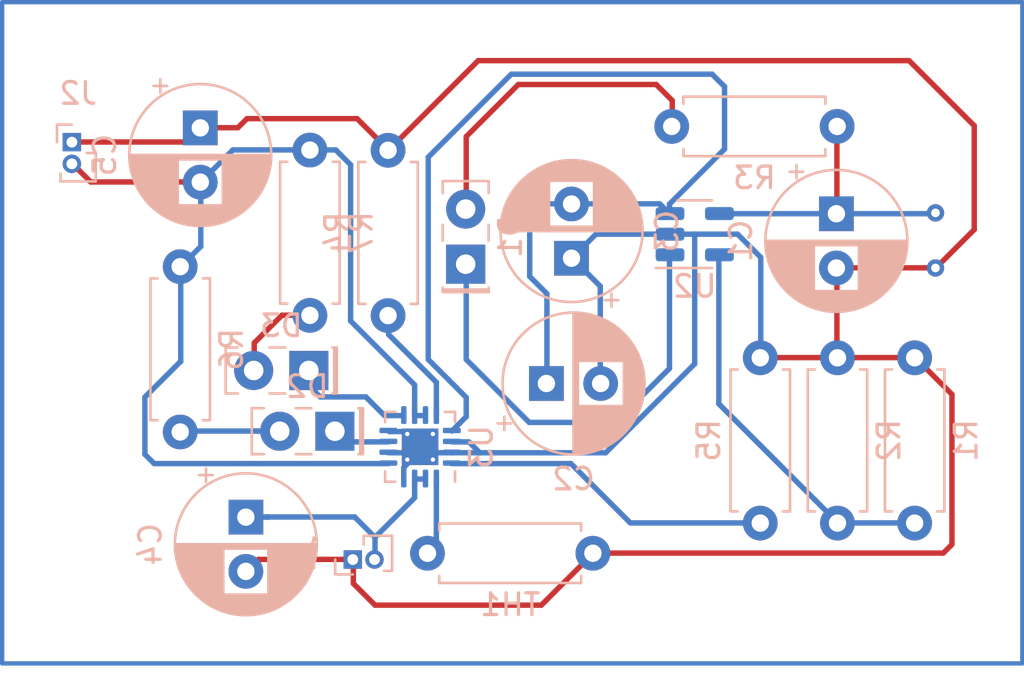
<source format=kicad_pcb>
(kicad_pcb (version 20211014) (generator pcbnew)
  (layers (0 "F.Cu" signal) (31 "B.Cu" signal) (34 "B.Paste" user) (35 "F.Paste" user) (36 "B.SilkS" user "B.Silkscreen") (37 "F.SilkS" user "F.Silkscreen") (38 "B.Mask" user) (39 "F.Mask" user) (44 "Edge.Cuts" user))
  (net 0 "")
  (net 1 "Net-(C1-Pad1)")
  (net 2 "GND")
  (net 3 "Net-(C2-Pad1)")
  (net 4 "Net-(U3-Pad2)")
  (net 5 "Net-(U3-Pad5)")
  (net 6 "Net-(U2-Pad1)")
  (net 7 "Net-(R3-Pad1)")
  (net 8 "Net-(U3-Pad7)")
  (net 9 "Net-(D2-Pad2)")
  (net 10 "Net-(U3-Pad9)")
  (net 11 "Net-(D3-Pad2)")
  (net 12 "Net-(R1-Pad1)")
  (net 13 "Net-(R4-Pad2)")
  (net 14 "Net-(R5-Pad2)")
  (net 15 "Net-(U3-Pad1)")
  (footprint "Resistor_THT:R_Axial_DIN0207_L6.3mm_D2.5mm_P7.62mm_Horizontal" (layer "B.Cu") (at 174.619548 56.397379 -90)
    (fp_text reference "R5" (at 3.81 2.37 90) (layer "B.SilkS") (effects (justify mirror)))
    (fp_text value "4.32K")
    (pad "1" thru_hole circle (at 0 0 270) (size 1.6 1.6) (drill 0.8) (layers *.Cu *.Mask) (net 2 "GND"))
    (pad "2" thru_hole oval (at 7.62 0 270) (size 1.6 1.6) (drill 0.8) (layers *.Cu *.Mask) (net 14 "Net-(R5-Pad2)"))
  )
  (footprint "Resistor_THT:R_Axial_DIN0207_L6.3mm_D2.5mm_P7.62mm_Horizontal" (layer "B.Cu") (at 178.175548 64.017379 90)
    (fp_text reference "R2" (at 3.81 2.37 90) (layer "B.SilkS") (effects (justify mirror)))
    (fp_text value "2K")
    (pad "1" thru_hole circle (at 0 0 90) (size 1.6 1.6) (drill 0.8) (layers *.Cu *.Mask) (net 12 "Net-(R1-Pad1)"))
    (pad "2" thru_hole oval (at 7.62 0 90) (size 1.6 1.6) (drill 0.8) (layers *.Cu *.Mask) (net 2 "GND"))
  )
  (footprint "Connector_PinSocket_1.00mm:PinSocket_1x02_P1.00mm_Vertical" (layer "B.Cu") (at 142.910548 46.457379 180)
    (fp_text reference "J2" (at -0.29 2.25) (layer "B.SilkS") (effects (justify mirror)))
    (fp_text value "sortie")
    (pad "1" thru_hole rect (at 0 0 180) (size 0.85 0.85) (drill 0.5) (layers *.Cu *.Mask) (net 2 "GND"))
    (pad "2" thru_hole oval (at 0 -1 180) (size 0.85 0.85) (drill 0.5) (layers *.Cu *.Mask) (net 5 "Net-(U3-Pad5)"))
  )
  (footprint "Package_TO_SOT_SMD:SOT-23-5" (layer "B.Cu") (at 171.6 50.7)
    (fp_text reference "U2" (at 0 2.4) (layer "B.SilkS") (effects (justify mirror)))
    (fp_text value "MCP73831-2-OT")
    (pad "1" smd roundrect (at -1.1375 0.95) (size 1.325 0.6) (layers "B.Cu" "B.Paste" "B.Mask") (net 6 "Net-(U2-Pad1)"))
    (pad "2" smd roundrect (at -1.1375 0) (size 1.325 0.6) (layers "B.Cu" "B.Paste" "B.Mask") (net 2 "GND"))
    (pad "3" smd roundrect (at -1.1375 -0.95) (size 1.325 0.6) (layers "B.Cu" "B.Paste" "B.Mask") (net 3 "Net-(C2-Pad1)"))
    (pad "4" smd roundrect (at 1.1375 -0.95) (size 1.325 0.6) (layers "B.Cu" "B.Paste" "B.Mask") (net 1 "Net-(C1-Pad1)"))
    (pad "5" smd roundrect (at 1.1375 0.95) (size 1.325 0.6) (layers "B.Cu" "B.Paste" "B.Mask") (net 12 "Net-(R1-Pad1)"))
  )
  (footprint "LED_THT:LED_Rectangular_W5.0mm_H2.0mm" (layer "B.Cu") (at 153.825548 56.982379 180)
    (fp_text reference "D3" (at 1.27 2.06) (layer "B.SilkS") (effects (justify mirror)))
    (fp_text value "LED")
    (pad "1" thru_hole rect (at 0 0 180) (size 1.8 1.8) (drill 0.9) (layers *.Cu *.Mask) (net 10 "Net-(U3-Pad9)"))
    (pad "2" thru_hole circle (at 2.54 0 180) (size 1.8 1.8) (drill 0.9) (layers *.Cu *.Mask) (net 11 "Net-(D3-Pad2)"))
  )
  (footprint "Resistor_THT:R_Axial_DIN0207_L6.3mm_D2.5mm_P7.62mm_Horizontal" (layer "B.Cu") (at 147.900548 59.817379 90)
    (fp_text reference "R6" (at 3.81 2.37 90) (layer "B.SilkS") (effects (justify mirror)))
    (fp_text value "1K")
    (pad "1" thru_hole circle (at 0 0 90) (size 1.6 1.6) (drill 0.8) (layers *.Cu *.Mask) (net 9 "Net-(D2-Pad2)"))
    (pad "2" thru_hole oval (at 7.62 0 90) (size 1.6 1.6) (drill 0.8) (layers *.Cu *.Mask) (net 5 "Net-(U3-Pad5)"))
  )
  (footprint "Resistor_THT:R_Axial_DIN0207_L6.3mm_D2.5mm_P7.62mm_Horizontal" (layer "B.Cu") (at 181.731548 64.017379 90)
    (fp_text reference "R1" (at 3.81 2.37 90) (layer "B.SilkS") (effects (justify mirror)))
    (fp_text value "2K")
    (pad "1" thru_hole circle (at 0 0 90) (size 1.6 1.6) (drill 0.8) (layers *.Cu *.Mask) (net 12 "Net-(R1-Pad1)"))
    (pad "2" thru_hole oval (at 7.62 0 90) (size 1.6 1.6) (drill 0.8) (layers *.Cu *.Mask) (net 2 "GND"))
  )
  (footprint "Capacitor_THT:CP_Radial_D6.3mm_P2.50mm" (layer "B.Cu") (at 148.825548 45.8 -90)
    (fp_text reference "C5" (at 1.25 4.4 90) (layer "B.SilkS") (effects (justify mirror)))
    (fp_text value "4.7uF")
    (pad "1" thru_hole rect (at 0 0 270) (size 1.6 1.6) (drill 0.8) (layers *.Cu *.Mask) (net 2 "GND"))
    (pad "2" thru_hole circle (at 2.5 0 270) (size 1.6 1.6) (drill 0.8) (layers *.Cu *.Mask) (net 5 "Net-(U3-Pad5)"))
  )
  (footprint "LED_THT:LED_Rectangular_W5.0mm_H2.0mm" (layer "B.Cu") (at 155.025548 59.782379 180)
    (fp_text reference "D2" (at 1.27 2.06) (layer "B.SilkS") (effects (justify mirror)))
    (fp_text value "LED")
    (pad "1" thru_hole rect (at 0 0 180) (size 1.8 1.8) (drill 0.9) (layers *.Cu *.Mask) (net 8 "Net-(U3-Pad7)"))
    (pad "2" thru_hole circle (at 2.54 0 180) (size 1.8 1.8) (drill 0.9) (layers *.Cu *.Mask) (net 9 "Net-(D2-Pad2)"))
  )
  (footprint "Connector_PinSocket_1.00mm:PinSocket_1x02_P1.00mm_Vertical" (layer "B.Cu") (at 155.850548 65.697379 -90)
    (fp_text reference "J1" (at -0.29 2.25 90) (layer "B.SilkS") (effects (justify mirror)))
    (fp_text value "Conn_01x02_Male")
    (pad "1" thru_hole rect (at 0 0 270) (size 0.85 0.85) (drill 0.5) (layers *.Cu *.Mask) (net 2 "GND"))
    (pad "2" thru_hole oval (at 0 -1 270) (size 0.85 0.85) (drill 0.5) (layers *.Cu *.Mask) (net 4 "Net-(U3-Pad2)"))
  )
  (footprint "LED_THT:LED_Rectangular_W5.0mm_H2.0mm" (layer "B.Cu") (at 161.050548 52.082379 90)
    (fp_text reference "D1" (at 1.27 2.06 90) (layer "B.SilkS") (effects (justify mirror)))
    (fp_text value "LED")
    (pad "1" thru_hole rect (at 0 0 90) (size 1.8 1.8) (drill 0.9) (layers *.Cu *.Mask) (net 6 "Net-(U2-Pad1)"))
    (pad "2" thru_hole circle (at 2.54 0 90) (size 1.8 1.8) (drill 0.9) (layers *.Cu *.Mask) (net 7 "Net-(R3-Pad1)"))
  )
  (footprint "Capacitor_THT:CP_Radial_D6.3mm_P2.50mm" (layer "B.Cu") (at 165.925548 51.807379 90)
    (fp_text reference "C3" (at 1.25 4.4 90) (layer "B.SilkS") (effects (justify mirror)))
    (fp_text value "1uF")
    (pad "1" thru_hole rect (at 0 0 90) (size 1.6 1.6) (drill 0.8) (layers *.Cu *.Mask) (net 2 "GND"))
    (pad "2" thru_hole circle (at 2.5 0 90) (size 1.6 1.6) (drill 0.8) (layers *.Cu *.Mask) (net 3 "Net-(C2-Pad1)"))
  )
  (footprint "Resistor_THT:R_Axial_DIN0207_L6.3mm_D2.5mm_P7.62mm_Horizontal" (layer "B.Cu") (at 170.540548 45.732379)
    (fp_text reference "R3" (at 3.81 2.37) (layer "B.SilkS") (effects (justify mirror)))
    (fp_text value "330")
    (pad "1" thru_hole circle (at 0 0) (size 1.6 1.6) (drill 0.8) (layers *.Cu *.Mask) (net 7 "Net-(R3-Pad1)"))
    (pad "2" thru_hole oval (at 7.62 0) (size 1.6 1.6) (drill 0.8) (layers *.Cu *.Mask) (net 1 "Net-(C1-Pad1)"))
  )
  (footprint "Capacitor_THT:CP_Radial_D6.3mm_P2.50mm" (layer "B.Cu") (at 164.768169 57.582379)
    (fp_text reference "C2" (at 1.25 4.4) (layer "B.SilkS") (effects (justify mirror)))
    (fp_text value "4.7uF")
    (pad "1" thru_hole rect (at 0 0) (size 1.6 1.6) (drill 0.8) (layers *.Cu *.Mask) (net 3 "Net-(C2-Pad1)"))
    (pad "2" thru_hole circle (at 2.5 0) (size 1.6 1.6) (drill 0.8) (layers *.Cu *.Mask) (net 2 "GND"))
  )
  (footprint "Resistor_THT:R_Axial_DIN0207_L6.3mm_D2.5mm_P7.62mm_Horizontal" (layer "B.Cu") (at 159.290548 65.407379)
    (fp_text reference "TH1" (at 3.81 2.37) (layer "B.SilkS") (effects (justify mirror)))
    (fp_text value "Thermistor")
    (pad "1" thru_hole circle (at 0 0) (size 1.6 1.6) (drill 0.8) (layers *.Cu *.Mask) (net 15 "Net-(U3-Pad1)"))
    (pad "2" thru_hole oval (at 7.62 0) (size 1.6 1.6) (drill 0.8) (layers *.Cu *.Mask) (net 2 "GND"))
  )
  (footprint "Resistor_THT:R_Axial_DIN0207_L6.3mm_D2.5mm_P7.62mm_Horizontal" (layer "B.Cu") (at 153.875548 54.442379 90)
    (fp_text reference "R7" (at 3.81 2.37 90) (layer "B.SilkS") (effects (justify mirror)))
    (fp_text value "1K")
    (pad "1" thru_hole circle (at 0 0 90) (size 1.6 1.6) (drill 0.8) (layers *.Cu *.Mask) (net 11 "Net-(D3-Pad2)"))
    (pad "2" thru_hole oval (at 7.62 0 90) (size 1.6 1.6) (drill 0.8) (layers *.Cu *.Mask) (net 5 "Net-(U3-Pad5)"))
  )
  (footprint "Capacitor_THT:CP_Radial_D6.3mm_P2.50mm" (layer "B.Cu") (at 150.925548 63.742621 -90)
    (fp_text reference "C4" (at 1.25 4.4 90) (layer "B.SilkS") (effects (justify mirror)))
    (fp_text value "4.7uF")
    (pad "1" thru_hole rect (at 0 0 270) (size 1.6 1.6) (drill 0.8) (layers *.Cu *.Mask) (net 4 "Net-(U3-Pad2)"))
    (pad "2" thru_hole circle (at 2.5 0 270) (size 1.6 1.6) (drill 0.8) (layers *.Cu *.Mask) (net 2 "GND"))
  )
  (footprint "Capacitor_THT:CP_Radial_D6.3mm_P2.50mm" (layer "B.Cu") (at 178.125548 49.757379 -90)
    (fp_text reference "C1" (at 1.25 4.4 90) (layer "B.SilkS") (effects (justify mirror)))
    (fp_text value "4.7uF")
    (pad "1" thru_hole rect (at 0 0 270) (size 1.6 1.6) (drill 0.8) (layers *.Cu *.Mask) (net 1 "Net-(C1-Pad1)"))
    (pad "2" thru_hole circle (at 2.5 0 270) (size 1.6 1.6) (drill 0.8) (layers *.Cu *.Mask) (net 2 "GND"))
  )
  (footprint "Package_DFN_QFN:VQFN-16-1EP_3x3mm_P0.5mm_EP1.68x1.68mm_ThermalVias" (layer "B.Cu") (at 158.95 60.5 90)
    (fp_text reference "U3" (at 0 2.82 90) (layer "B.SilkS") (effects (justify mirror)))
    (fp_text value "BQ24230RGT")
    (pad "1" smd roundrect (at -1.4625 0.75 90) (size 0.825 0.25) (layers "B.Cu" "B.Paste" "B.Mask") (net 15 "Net-(U3-Pad1)"))
    (pad "2" smd roundrect (at -1.4625 0.25 90) (size 0.825 0.25) (layers "B.Cu" "B.Paste" "B.Mask") (net 4 "Net-(U3-Pad2)"))
    (pad "3" smd roundrect (at -1.4625 -0.25 90) (size 0.825 0.25) (layers "B.Cu" "B.Paste" "B.Mask") (net 4 "Net-(U3-Pad2)"))
    (pad "4" smd roundrect (at -1.4625 -0.75 90) (size 0.825 0.25) (layers "B.Cu" "B.Paste" "B.Mask") (net 2 "GND"))
    (pad "5" smd roundrect (at -0.75 -1.4625 90) (size 0.25 0.825) (layers "B.Cu" "B.Paste" "B.Mask") (net 5 "Net-(U3-Pad5)"))
    (pad "6" smd roundrect (at -0.25 -1.4625 90) (size 0.25 0.825) (layers "B.Cu" "B.Paste" "B.Mask") (net 2 "GND"))
    (pad "7" smd roundrect (at 0.25 -1.4625 90) (size 0.25 0.825) (layers "B.Cu" "B.Paste" "B.Mask") (net 8 "Net-(U3-Pad7)"))
    (pad "8" smd roundrect (at 0.75 -1.4625 90) (size 0.25 0.825) (layers "B.Cu" "B.Paste" "B.Mask") (net 2 "GND"))
    (pad "9" smd roundrect (at 1.4625 -0.75 90) (size 0.825 0.25) (layers "B.Cu" "B.Paste" "B.Mask") (net 10 "Net-(U3-Pad9)"))
    (pad "10" smd roundrect (at 1.4625 -0.25 90) (size 0.825 0.25) (layers "B.Cu" "B.Paste" "B.Mask") (net 5 "Net-(U3-Pad5)"))
    (pad "11" smd roundrect (at 1.4625 0.25 90) (size 0.825 0.25) (layers "B.Cu" "B.Paste" "B.Mask") (net 5 "Net-(U3-Pad5)"))
    (pad "12" smd roundrect (at 1.4625 0.75 90) (size 0.825 0.25) (layers "B.Cu" "B.Paste" "B.Mask") (net 13 "Net-(R4-Pad2)"))
    (pad "13" smd roundrect (at 0.75 1.4625 90) (size 0.25 0.825) (layers "B.Cu" "B.Paste" "B.Mask") (net 3 "Net-(C2-Pad1)"))
    (pad "14" smd roundrect (at 0.25 1.4625 90) (size 0.25 0.825) (layers "B.Cu" "B.Paste" "B.Mask") (net 2 "GND"))
    (pad "15" smd roundrect (at -0.25 1.4625 90) (size 0.25 0.825) (layers "B.Cu" "B.Paste" "B.Mask") (net 2 "GND"))
    (pad "16" smd roundrect (at -0.75 1.4625 90) (size 0.25 0.825) (layers "B.Cu" "B.Paste" "B.Mask") (net 14 "Net-(R5-Pad2)"))
    (pad "17" thru_hole circle (at -0.59 0.59 90) (size 0.5 0.5) (drill 0.2) (layers *.Cu) (net 2 "GND"))
    (pad "17" thru_hole circle (at 0.59 0.59 90) (size 0.5 0.5) (drill 0.2) (layers *.Cu) (net 2 "GND"))
    (pad "17" thru_hole circle (at 0.59 -0.59 90) (size 0.5 0.5) (drill 0.2) (layers *.Cu) (net 2 "GND"))
    (pad "17" smd rect (at 0 0 90) (size 1.68 1.68) (layers "F.Cu") (net 2 "GND"))
    (pad "17" thru_hole circle (at -0.59 -0.59 90) (size 0.5 0.5) (drill 0.2) (layers *.Cu) (net 2 "GND"))
    (pad "17" smd rect (at 0 0 90) (size 1.68 1.68) (layers "B.Cu" "B.Mask") (net 2 "GND"))
  )
  (footprint "Resistor_THT:R_Axial_DIN0207_L6.3mm_D2.5mm_P7.62mm_Horizontal" (layer "B.Cu") (at 157.475548 46.832379 -90)
    (fp_text reference "R4" (at 3.81 2.37 90) (layer "B.SilkS") (effects (justify mirror)))
    (fp_text value "2.94K")
    (pad "1" thru_hole circle (at 0 0 270) (size 1.6 1.6) (drill 0.8) (layers *.Cu *.Mask) (net 2 "GND"))
    (pad "2" thru_hole oval (at 7.62 0 270) (size 1.6 1.6) (drill 0.8) (layers *.Cu *.Mask) (net 13 "Net-(R4-Pad2)"))
  )
  (gr_line (start 186.69 40.005) (end 186.69 70.485) (layer "B.Cu") (width 0.2))
  (gr_line (start 139.7 40.005) (end 186.69 40.005) (layer "B.Cu") (width 0.2))
  (gr_line (start 139.7 70.485) (end 139.7 40.005) (layer "B.Cu") (width 0.2))
  (gr_line (start 186.69 70.485) (end 139.7 70.485) (layer "B.Cu") (width 0.2))
  (segment (start 182.715 49.71) (end 182.675 49.75) (width 0.25) (layer "F.Cu") (net 1))
  (segment (start 178.15 49.75) (end 178.15 45.76) (width 0.25) (layer "F.Cu") (net 1))
  (segment (start 178.15 45.76) (end 178.185 45.725) (width 0.25) (layer "F.Cu") (net 1))
  (segment (start 178.15 45.76) (end 178.185 45.725) (width 0.25) (layer "F.Cu") (net 1))
  (via (at 182.690548 49.717379) (size 0.8) (drill 0.4) (layers "F.Cu" "B.Cu") (net 1))
  (segment (start 182.650548 49.757379) (end 178.125548 49.757379) (width 0.25) (layer "B.Cu") (net 1))
  (segment (start 172.7375 49.75) (end 172.7125 49.75) (width 0.25) (layer "B.Cu") (net 1))
  (segment (start 173.169879 49.757379) (end 173.1625 49.75) (width 0.25) (layer "B.Cu") (net 1))
  (segment (start 178.125548 49.757379) (end 173.169879 49.757379) (width 0.25) (layer "B.Cu") (net 1))
  (segment (start 182.690548 49.717379) (end 182.650548 49.757379) (width 0.25) (layer "B.Cu") (net 1))
  (segment (start 182.715 49.71) (end 182.675 49.75) (width 0.25) (layer "B.Cu") (net 1))
  (segment (start 172.7125 49.75) (end 172.7125 49.6375) (width 0.25) (layer "B.Cu") (net 1))
  (segment (start 156.875 67.8) (end 164.535 67.8) (width 0.25) (layer "F.Cu") (net 2))
  (segment (start 156.05 45.375) (end 150.975 45.375) (width 0.25) (layer "F.Cu") (net 2))
  (segment (start 155.875 65.69) (end 155.875 66.8) (width 0.25) (layer "F.Cu") (net 2))
  (segment (start 161.625 42.7) (end 157.5 46.825) (width 0.25) (layer "F.Cu") (net 2))
  (segment (start 178.15 56.34) (end 178.2 56.39) (width 0.25) (layer "F.Cu") (net 2))
  (segment (start 181.756 56.39) (end 178.2 56.39) (width 0.25) (layer "F.Cu") (net 2))
  (segment (start 183.45 58.084) (end 181.756 56.39) (width 0.25) (layer "F.Cu") (net 2))
  (segment (start 142.935 46.45) (end 148.192621 46.45) (width 0.25) (layer "F.Cu") (net 2))
  (segment (start 155.875 65.69) (end 151.495242 65.69) (width 0.25) (layer "F.Cu") (net 2))
  (segment (start 150.557379 45.792621) (end 148.85 45.792621) (width 0.25) (layer "F.Cu") (net 2))
  (segment (start 164.535 67.8) (end 166.935 65.4) (width 0.25) (layer "F.Cu") (net 2))
  (segment (start 178.15 56.34) (end 178.2 56.39) (width 0.25) (layer "F.Cu") (net 2))
  (segment (start 183.45 65) (end 183.45 58.084) (width 0.25) (layer "F.Cu") (net 2))
  (segment (start 166.935 65.4) (end 183.05 65.4) (width 0.25) (layer "F.Cu") (net 2))
  (segment (start 178.2 56.39) (end 174.644 56.39) (width 0.25) (layer "F.Cu") (net 2))
  (segment (start 155.875 66.8) (end 156.875 67.8) (width 0.25) (layer "F.Cu") (net 2))
  (segment (start 181.475 42.7) (end 161.625 42.7) (width 0.25) (layer "F.Cu") (net 2))
  (segment (start 178.15 52.25) (end 178.15 56.34) (width 0.25) (layer "F.Cu") (net 2))
  (segment (start 148.192621 46.45) (end 148.85 45.792621) (width 0.25) (layer "F.Cu") (net 2))
  (segment (start 184.475 45.7) (end 181.475 42.7) (width 0.25) (layer "F.Cu") (net 2))
  (segment (start 184.475 50.49) (end 184.475 45.7) (width 0.25) (layer "F.Cu") (net 2))
  (segment (start 183.05 65.4) (end 183.45 65) (width 0.25) (layer "F.Cu") (net 2))
  (segment (start 182.715 52.25) (end 184.475 50.49) (width 0.25) (layer "F.Cu") (net 2))
  (segment (start 151.495242 65.69) (end 150.95 66.235242) (width 0.25) (layer "F.Cu") (net 2))
  (segment (start 178.15 52.25) (end 182.715 52.25) (width 0.25) (layer "F.Cu") (net 2))
  (segment (start 157.5 46.825) (end 156.05 45.375) (width 0.25) (layer "F.Cu") (net 2))
  (segment (start 150.975 45.375) (end 150.557379 45.792621) (width 0.25) (layer "F.Cu") (net 2))
  (via (at 182.690548 52.257379) (size 0.8) (drill 0.4) (layers "F.Cu" "B.Cu") (net 2))
  (segment (start 161.2 60.275) (end 160.4125 60.275) (width 0.25) (layer "B.Cu") (net 2))
  (segment (start 159.54 59.935) (end 158.36 59.935) (width 0.25) (layer "B.Cu") (net 2))
  (segment (start 158.95 60.525) (end 158.7 60.775) (width 0.25) (layer "B.Cu") (net 2))
  (segment (start 158.2 61.45) (end 158.36 61.29) (width 0.25) (layer "B.Cu") (net 2))
  (segment (start 174.644 51.769) (end 173.575 50.7) (width 0.25) (layer "B.Cu") (net 2))
  (segment (start 161.7 60.775) (end 167.5 60.775) (width 0.25) (layer "B.Cu") (net 2))
  (segment (start 158.2 61.9625) (end 158.2 61.45) (width 0.25) (layer "B.Cu") (net 2))
  (segment (start 174.644 56.39) (end 174.644 51.769) (width 0.25) (layer "B.Cu") (net 2))
  (segment (start 158.25 59.8) (end 157.5375 59.8) (width 0.25) (layer "B.Cu") (net 2))
  (segment (start 158.36 61.29) (end 158.36 61.09) (width 0.25) (layer "B.Cu") (net 2))
  (segment (start 158.36 59.935) (end 158.36 61.115) (width 0.25) (layer "B.Cu") (net 2))
  (segment (start 173.575 50.7) (end 171.6 50.7) (width 0.25) (layer "B.Cu") (net 2))
  (segment (start 170.4375 50.7) (end 167.05 50.7) (width 0.25) (layer "B.Cu") (net 2))
  (segment (start 158.7 60.775) (end 157.4875 60.775) (width 0.25) (layer "B.Cu") (net 2))
  (segment (start 167.5 60.775) (end 171.6 56.675) (width 0.25) (layer "B.Cu") (net 2))
  (segment (start 165.95 51.8) (end 167.25 53.1) (width 0.25) (layer "B.Cu") (net 2))
  (segment (start 171.6 50.7) (end 170.4375 50.7) (width 0.25) (layer "B.Cu") (net 2))
  (segment (start 158.36 61.115) (end 159.54 61.115) (width 0.25) (layer "B.Cu") (net 2))
  (segment (start 167.25 53.1) (end 167.25 57.532379) (width 0.25) (layer "B.Cu") (net 2))
  (segment (start 161.7 60.775) (end 161.2 60.275) (width 0.25) (layer "B.Cu") (net 2))
  (segment (start 159.2 60.775) (end 158.95 60.525) (width 0.25) (layer "B.Cu") (net 2))
  (segment (start 171.6 56.675) (end 171.6 50.7) (width 0.25) (layer "B.Cu") (net 2))
  (segment (start 167.25 57.532379) (end 167.292621 57.575) (width 0.25) (layer "B.Cu") (net 2))
  (segment (start 159.54 61.115) (end 159.54 59.935) (width 0.25) (layer "B.Cu") (net 2))
  (segment (start 158.2 61.9625) (end 158.2 61.9875) (width 0.25) (layer "B.Cu") (net 2))
  (segment (start 160.4125 60.775) (end 159.2 60.775) (width 0.25) (layer "B.Cu") (net 2))
  (segment (start 167.05 50.7) (end 165.95 51.8) (width 0.25) (layer "B.Cu") (net 2))
  (segment (start 158.36 59.91) (end 158.25 59.8) (width 0.25) (layer "B.Cu") (net 2))
  (segment (start 158.95 60.525) (end 158.25 59.825) (width 0.25) (layer "B.Cu") (net 2))
  (segment (start 174.644 56.39) (end 174.644 56.294) (width 0.25) (layer "B.Cu") (net 2))
  (segment (start 157.5375 59.8) (end 157.4875 59.75) (width 0.25) (layer "B.Cu") (net 2))
  (segment (start 160.4125 60.775) (end 161.7 60.775) (width 0.25) (layer "B.Cu") (net 2))
  (segment (start 171.4125 48.3375) (end 172.975 46.775) (width 0.25) (layer "B.Cu") (net 3))
  (segment (start 164.792621 53.442621) (end 164 52.65) (width 0.25) (layer "B.Cu") (net 3))
  (segment (start 159.325 56.475) (end 161.075 58.225) (width 0.25) (layer "B.Cu") (net 3))
  (segment (start 164 52.65) (end 164 49.85) (width 0.25) (layer "B.Cu") (net 3))
  (segment (start 172.975 43.9) (end 172.4 43.325) (width 0.25) (layer "B.Cu") (net 3))
  (segment (start 170.4375 49.75) (end 169.9875 49.3) (width 0.25) (layer "B.Cu") (net 3))
  (segment (start 164 49.85) (end 164.55 49.3) (width 0.25) (layer "B.Cu") (net 3))
  (segment (start 172.4 43.325) (end 163.15 43.325) (width 0.25) (layer "B.Cu") (net 3))
  (segment (start 161.075 58.225) (end 161.075 59.1125) (width 0.25) (layer "B.Cu") (net 3))
  (segment (start 172.975 46.775) (end 172.975 43.9) (width 0.25) (layer "B.Cu") (net 3))
  (segment (start 161.075 59.1125) (end 160.4125 59.775) (width 0.25) (layer "B.Cu") (net 3))
  (segment (start 170.4375 49.75) (end 170.4375 49.3125) (width 0.25) (layer "B.Cu") (net 3))
  (segment (start 164.55 49.3) (end 165.95 49.3) (width 0.25) (layer "B.Cu") (net 3))
  (segment (start 164.792621 57.575) (end 164.792621 53.442621) (width 0.25) (layer "B.Cu") (net 3))
  (segment (start 170.4375 49.3125) (end 171.4125 48.3375) (width 0.25) (layer "B.Cu") (net 3))
  (segment (start 169.9875 49.3) (end 165.95 49.3) (width 0.25) (layer "B.Cu") (net 3))
  (segment (start 163.15 43.325) (end 159.325 47.15) (width 0.25) (layer "B.Cu") (net 3))
  (segment (start 159.325 47.15) (end 159.325 56.475) (width 0.25) (layer "B.Cu") (net 3))
  (segment (start 158.7 62.85) (end 156.875 64.675) (width 0.25) (layer "B.Cu") (net 4))
  (segment (start 156.875 64.675) (end 156.875 65.69) (width 0.25) (layer "B.Cu") (net 4))
  (segment (start 159.2 61.9875) (end 158.7 61.9875) (width 0.25) (layer "B.Cu") (net 4))
  (segment (start 156.875 64.675) (end 155.935242 63.735242) (width 0.25) (layer "B.Cu") (net 4))
  (segment (start 151.985242 63.735242) (end 150.95 63.735242) (width 0.25) (layer "B.Cu") (net 4))
  (segment (start 158.7 61.9875) (end 158.7 62.85) (width 0.25) (layer "B.Cu") (net 4))
  (segment (start 151.985242 63.735242) (end 151.977863 63.742621) (width 0.25) (layer "B.Cu") (net 4))
  (segment (start 155.935242 63.735242) (end 151.985242 63.735242) (width 0.25) (layer "B.Cu") (net 4))
  (segment (start 151.977863 63.742621) (end 150.925548 63.742621) (width 0.25) (layer "B.Cu") (net 4))
  (segment (start 143.777621 48.292621) (end 142.935 47.45) (width 0.25) (layer "F.Cu") (net 5))
  (segment (start 148.85 48.292621) (end 143.777621 48.292621) (width 0.25) (layer "F.Cu") (net 5))
  (segment (start 155.065 46.815) (end 153.9 46.815) (width 0.25) (layer "B.Cu") (net 5))
  (segment (start 147.91 56.575) (end 146.275 58.21) (width 0.25) (layer "B.Cu") (net 5))
  (segment (start 155.75 47.5) (end 155.065 46.815) (width 0.25) (layer "B.Cu") (net 5))
  (segment (start 155.75 54.7) (end 155.75 47.5) (width 0.25) (layer "B.Cu") (net 5))
  (segment (start 146.275 60.85) (end 146.7 61.275) (width 0.25) (layer "B.Cu") (net 5))
  (segment (start 146.7 61.275) (end 157.4875 61.275) (width 0.25) (layer "B.Cu") (net 5))
  (segment (start 148.85 48.292621) (end 148.85 51.265) (width 0.25) (layer "B.Cu") (net 5))
  (segment (start 146.275 58.21) (end 146.275 60.85) (width 0.25) (layer "B.Cu") (net 5))
  (segment (start 153.9 46.815) (end 150.327621 46.815) (width 0.25) (layer "B.Cu") (net 5))
  (segment (start 159.2 59.0625) (end 158.7 59.0625) (width 0.25) (layer "B.Cu") (net 5))
  (segment (start 158.7 57.65) (end 155.75 54.7) (width 0.25) (layer "B.Cu") (net 5))
  (segment (start 147.925 52.19) (end 147.925 56.575) (width 0.25) (layer "B.Cu") (net 5))
  (segment (start 147.925 56.575) (end 147.91 56.575) (width 0.25) (layer "B.Cu") (net 5))
  (segment (start 158.7 59.0625) (end 158.7 57.65) (width 0.25) (layer "B.Cu") (net 5))
  (segment (start 150.327621 46.815) (end 148.85 48.292621) (width 0.25) (layer "B.Cu") (net 5))
  (segment (start 148.85 51.265) (end 147.925 52.19) (width 0.25) (layer "B.Cu") (net 5))
  (segment (start 161.075 52.075) (end 161.2 51.95) (width 0.25) (layer "B.Cu") (net 6))
  (segment (start 163.975 59.375) (end 161.075 56.475) (width 0.25) (layer "B.Cu") (net 6))
  (segment (start 167.95 59.375) (end 163.975 59.375) (width 0.25) (layer "B.Cu") (net 6))
  (segment (start 170.4375 51.65) (end 170.4375 56.8875) (width 0.25) (layer "B.Cu") (net 6))
  (segment (start 170.4375 56.8875) (end 167.95 59.375) (width 0.25) (layer "B.Cu") (net 6))
  (segment (start 161.075 56.475) (end 161.075 52.075) (width 0.25) (layer "B.Cu") (net 6))
  (segment (start 170.565 45.725) (end 170.565 44.54) (width 0.25) (layer "F.Cu") (net 7))
  (segment (start 163.475 43.8) (end 161.075 46.2) (width 0.25) (layer "F.Cu") (net 7))
  (segment (start 161.075 46.2) (end 161.075 49.535) (width 0.25) (layer "F.Cu") (net 7))
  (segment (start 170.565 44.54) (end 169.825 43.8) (width 0.25) (layer "F.Cu") (net 7))
  (segment (start 169.825 43.8) (end 163.475 43.8) (width 0.25) (layer "F.Cu") (net 7))
  (segment (start 155.55 60.275) (end 155.05 59.775) (width 0.25) (layer "B.Cu") (net 8))
  (segment (start 155.025548 59.782379) (end 155.057379 59.782379) (width 0.25) (layer "B.Cu") (net 8))
  (segment (start 157.4875 60.275) (end 155.55 60.275) (width 0.25) (layer "B.Cu") (net 8))
  (segment (start 155.057379 59.782379) (end 155.55 60.275) (width 0.25) (layer "B.Cu") (net 8))
  (segment (start 152.51 59.775) (end 151.325 59.775) (width 0.25) (layer "B.Cu") (net 9))
  (segment (start 151.325 59.775) (end 152.478169 59.775) (width 0.25) (layer "B.Cu") (net 9))
  (segment (start 151.325 59.775) (end 147.96 59.775) (width 0.25) (layer "B.Cu") (net 9))
  (segment (start 152.478169 59.775) (end 152.485548 59.782379) (width 0.25) (layer "B.Cu") (net 9))
  (segment (start 147.96 59.775) (end 147.925 59.81) (width 0.25) (layer "B.Cu") (net 9))
  (segment (start 154.35 58.2) (end 153.85 57.7) (width 0.25) (layer "B.Cu") (net 10))
  (segment (start 157.3125 59.0625) (end 156.45 58.2) (width 0.25) (layer "B.Cu") (net 10))
  (segment (start 153.85 57.7) (end 153.85 56.975) (width 0.25) (layer "B.Cu") (net 10))
  (segment (start 156.45 58.2) (end 154.35 58.2) (width 0.25) (layer "B.Cu") (net 10))
  (segment (start 158.2 59.0625) (end 157.3125 59.0625) (width 0.25) (layer "B.Cu") (net 10))
  (segment (start 152.59 54.435) (end 151.31 55.715) (width 0.25) (layer "F.Cu") (net 11))
  (segment (start 151.31 55.715) (end 151.31 56.975) (width 0.25) (layer "F.Cu") (net 11))
  (segment (start 153.9 54.435) (end 152.59 54.435) (width 0.25) (layer "F.Cu") (net 11))
  (segment (start 181.756 64.01) (end 178.2 64.01) (width 0.25) (layer "B.Cu") (net 12))
  (segment (start 172.7125 51.65) (end 172.7125 58.5225) (width 0.25) (layer "B.Cu") (net 12))
  (segment (start 172.7125 58.5225) (end 178.2 64.01) (width 0.25) (layer "B.Cu") (net 12))
  (segment (start 159.7 57.525) (end 157.5 55.325) (width 0.25) (layer "B.Cu") (net 13))
  (segment (start 159.7 59.0625) (end 159.7 57.525) (width 0.25) (layer "B.Cu") (net 13))
  (segment (start 157.5 55.325) (end 157.5 54.445) (width 0.25) (layer "B.Cu") (net 13))
  (segment (start 168.635 64.01) (end 165.9 61.275) (width 0.25) (layer "B.Cu") (net 14))
  (segment (start 165.9 61.275) (end 160.4125 61.275) (width 0.25) (layer "B.Cu") (net 14))
  (segment (start 174.644 64.01) (end 168.635 64.01) (width 0.25) (layer "B.Cu") (net 14))
  (segment (start 159.7 61.9875) (end 159.7 65.015) (width 0.25) (layer "B.Cu") (net 15))
  (segment (start 159.7 65.015) (end 159.315 65.4) (width 0.25) (layer "B.Cu") (net 15))
)
</source>
